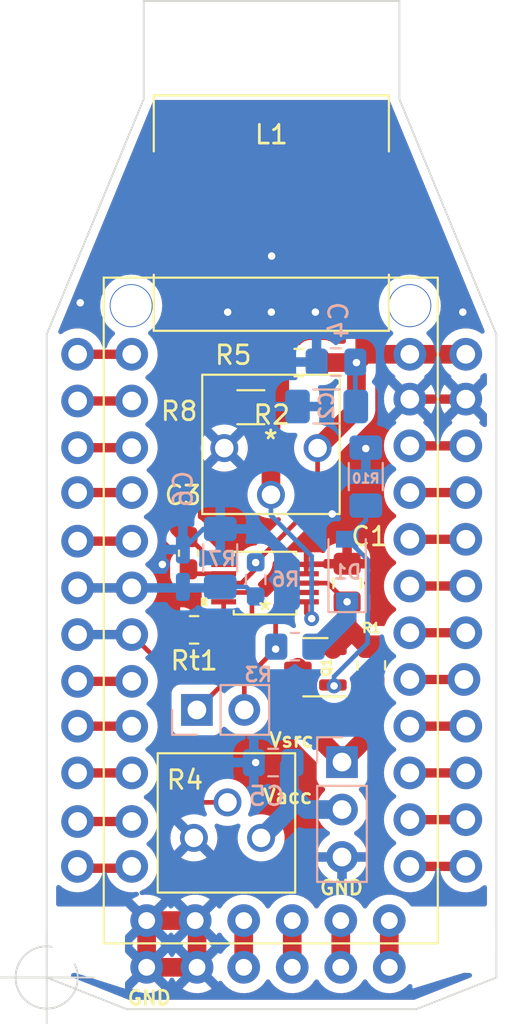
<source format=kicad_pcb>
(kicad_pcb (version 20211014) (generator pcbnew)
  (layers (0 "F.Cu" signal) (31 "B.Cu" power) (34 "B.Paste" user) (35 "F.Paste" user) (36 "B.SilkS" user "B.Silkscreen") (37 "F.SilkS" user "F.Silkscreen") (38 "B.Mask" user) (39 "F.Mask" user) (44 "Edge.Cuts" user))
  (net 0 "")
  (net 1 "PG")
  (net 2 "Vin")
  (net 3 "GND")
  (net 4 "Aref")
  (net 5 "5.5V")
  (net 6 "RT")
  (net 7 "FB")
  (net 8 "Vacc")
  (net 9 "Vsense")
  (net 10 "+12V")
  (net 11 "SW")
  (net 12 "EN")
  (net 13 "Boost")
  (net 14 "unconnected-(T1-Pad0)")
  (net 15 "unconnected-(T1-Pad5)")
  (net 16 "unconnected-(T1-Pad6)")
  (net 17 "unconnected-(T1-Pad8)")
  (net 18 "unconnected-(T1-Pad9)")
  (net 19 "unconnected-(T1-Pad10)")
  (net 20 "unconnected-(T1-Pad13)")
  (net 21 "unconnected-(T1-Pad14)")
  (net 22 "unconnected-(T1-Pad15)")
  (net 23 "unconnected-(T1-Pad17)")
  (net 24 "unconnected-(T1-Pad20)")
  (net 25 "unconnected-(T1-Pad23)")
  (net 26 "unconnected-(T1-Pad24)")
  (net 27 "unconnected-(T1-Pad25)")
  (net 28 "unconnected-(T1-Pad1)")
  (net 29 "unconnected-(T1-Pad2)")
  (net 30 "unconnected-(T1-Pad3)")
  (net 31 "unconnected-(T1-Pad4)")
  (net 32 "unconnected-(T1-Pad16)")
  (net 33 "unconnected-(T1-Pad21)")
  (net 34 "unconnected-(T1-Pad22)")
  (net 35 "unconnected-(T1-Pad26)")
  (net 36 "unconnected-(T1-Pad28)")
  (net 37 "unconnected-(T1-Pad27)")
  (net 38 "Net-(D1-Pad2)")
  (footprint "Package_TO_SOT_SMD:SOT-23" (layer "F.Cu") (at 152.6 98 180)
    (fp_text reference "Q1" (at -0.6 0 90) (layer "F.SilkS") (effects (font (size 0.5 0.5) (thickness 0.125))))
    (fp_text value "AO3401A" hide)
    (fp_line (start 0 -1.56) (end -1.675 -1.56) (layer "F.SilkS") (width 0.12))
    (fp_line (start 0 1.56) (end 0.65 1.56) (layer "F.SilkS") (width 0.12))
    (fp_line (start 0 1.56) (end -0.65 1.56) (layer "F.SilkS") (width 0.12))
    (fp_line (start 0 -1.56) (end 0.65 -1.56) (layer "F.SilkS") (width 0.12))
    (pad "1" smd roundrect (at -0.9375 -0.95 180) (size 1.475 0.6) (layers "F.Cu" "F.Paste" "F.Mask") (net 38 "Net-(D1-Pad2)"))
    (pad "2" smd roundrect (at -0.9375 0.95 180) (size 1.475 0.6) (layers "F.Cu" "F.Paste" "F.Mask") (net 2 "Vin"))
    (pad "3" smd roundrect (at 0.9375 0 180) (size 1.475 0.6) (layers "F.Cu" "F.Paste" "F.Mask") (net 10 "+12V"))
  )
  (footprint "Resistor_SMD:R_0805_2012Metric_Pad1.20x1.40mm_HandSolder" (layer "F.Cu") (at 146.1 96 180)
    (fp_text reference "Rt1" (at 0 -1.65 180) (layer "F.SilkS"))
    (fp_text value "226k" hide)
    (fp_line (start -0.227064 0.735) (end 0.227064 0.735) (layer "F.SilkS") (width 0.12))
    (fp_line (start -0.227064 -0.735) (end 0.227064 -0.735) (layer "F.SilkS") (width 0.12))
    (pad "1" smd roundrect (at -1 0 180) (size 1.2 1.4) (layers "F.Cu" "F.Paste" "F.Mask") (roundrect_rratio 0.2083333333) (net 6 "RT"))
    (pad "2" smd roundrect (at 1 0 180) (size 1.2 1.4) (layers "F.Cu" "F.Paste" "F.Mask") (roundrect_rratio 0.2083333333) (net 3 "GND"))
  )
  (footprint "MountingHole:MountingHole_2.5mm" (layer "F.Cu") (at 160.8 112.6)
    (fp_text reference "H1" hide)
    (fp_text value "MountingHole" hide)
    (pad "" np_thru_hole circle (at 0 0) (size 2.5 2.5) (drill 2.5) (layers *.Cu *.Mask))
  )
  (footprint "Arduino:TrinketPro5V_partial" (layer "F.Cu") (at 141.259 77.155)
    (fp_text reference "T1" hide)
    (fp_text value "TrinketPro_5V")
    (fp_rect (start 0 0) (end 17.9 35.62) (layer "F.SilkS") (width 0.12) (fill none))
    (pad "" np_thru_hole circle locked (at 1.47 1.5 90) (size 2.3 2.3) (drill 2.2) (layers F&B.Cu *.Mask))
    (pad "" np_thru_hole circle locked (at 16.4 1.5) (size 2.3 2.3) (drill 2.2) (layers F&B.Cu *.Mask))
    (pad "0" thru_hole circle locked (at 16.4 31.5) (size 1.75 1.75) (drill 1) (layers *.Cu *.Mask) (net 14 "unconnected-(T1-Pad0)"))
    (pad "0" thru_hole circle locked (at 19.4 31.5) (size 1.75 1.75) (drill 1) (layers *.Cu *.Mask) (net 14 "unconnected-(T1-Pad0)"))
    (pad "1" thru_hole circle locked (at 19.4 29) (size 1.75 1.75) (drill 1) (layers *.Cu *.Mask) (net 28 "unconnected-(T1-Pad1)"))
    (pad "1" thru_hole circle locked (at 16.4 29) (size 1.75 1.75) (drill 1) (layers *.Cu *.Mask) (net 28 "unconnected-(T1-Pad1)"))
    (pad "2" thru_hole circle locked (at 16.4 26.5) (size 1.75 1.75) (drill 1) (layers *.Cu *.Mask) (net 29 "unconnected-(T1-Pad2)"))
    (pad "2" thru_hole circle locked (at 19.4 26.5) (size 1.75 1.75) (drill 1) (layers *.Cu *.Mask) (net 29 "unconnected-(T1-Pad2)"))
    (pad "3" thru_hole circle locked (at 16.4 24) (size 1.75 1.75) (drill 1) (layers *.Cu *.Mask) (net 30 "unconnected-(T1-Pad3)"))
    (pad "3" thru_hole circle locked (at 19.4 24) (size 1.75 1.75) (drill 1) (layers *.Cu *.Mask) (net 30 "unconnected-(T1-Pad3)"))
    (pad "4" thru_hole circle locked (at 16.4 21.5) (size 1.75 1.75) (drill 1) (layers *.Cu *.Mask) (net 31 "unconnected-(T1-Pad4)"))
    (pad "4" thru_hole circle locked (at 19.3 21.5) (size 1.75 1.75) (drill 1) (layers *.Cu *.Mask) (net 31 "unconnected-(T1-Pad4)"))
    (pad "5" thru_hole circle locked (at 16.4 19) (size 1.75 1.75) (drill 1) (layers *.Cu *.Mask) (net 15 "unconnected-(T1-Pad5)"))
    (pad "5" thru_hole circle locked (at 19.4 19) (size 1.75 1.75) (drill 1) (layers *.Cu *.Mask) (net 15 "unconnected-(T1-Pad5)"))
    (pad "6" thru_hole circle locked (at 16.4 16.5) (size 1.75 1.75) (drill 1) (layers *.Cu *.Mask) (net 16 "unconnected-(T1-Pad6)"))
    (pad "6" thru_hole circle locked (at 19.4 16.5) (size 1.75 1.75) (drill 1) (layers *.Cu *.Mask) (net 16 "unconnected-(T1-Pad6)"))
    (pad "8" thru_hole circle locked (at 19.4 14) (size 1.75 1.75) (drill 1) (layers *.Cu *.Mask) (net 17 "unconnected-(T1-Pad8)"))
    (pad "8" thru_hole circle locked (at 16.4 14) (size 1.75 1.75) (drill 1) (layers *.Cu *.Mask) (net 17 "unconnected-(T1-Pad8)"))
    (pad "9" thru_hole circle locked (at 16.4 11.5) (size 1.75 1.75) (drill 1) (layers *.Cu *.Mask) (net 18 "unconnected-(T1-Pad9)"))
    (pad "9" thru_hole circle locked (at 19.4 11.5) (size 1.75 1.75) (drill 1) (layers *.Cu *.Mask) (net 18 "unconnected-(T1-Pad9)"))
    (pad "10" thru_hole circle locked (at 19.4 9) (size 1.75 1.75) (drill 1) (layers *.Cu *.Mask) (net 19 "unconnected-(T1-Pad10)"))
    (pad "10" thru_hole circle locked (at 16.4 9) (size 1.75 1.75) (drill 1) (layers *.Cu *.Mask) (net 19 "unconnected-(T1-Pad10)"))
    (pad "11" thru_hole circle locked (at 2.3 34.4) (size 1.75 1.75) (drill 0.9) (layers *.Cu *.Mask) (net 3 "GND"))
    (pad "11" thru_hole circle locked (at 4.9 34.4) (size 1.75 1.75) (drill 0.9) (layers *.Cu *.Mask) (net 3 "GND"))
    (pad "11" thru_hole circle locked (at 5 36.9) (size 1.75 1.75) (drill 0.9) (layers *.Cu *.Mask) (net 3 "GND"))
    (pad "11" thru_hole circle locked (at 19.4 6.5) (size 1.75 1.75) (drill 1) (layers *.Cu *.Mask) (net 3 "GND"))
    (pad "11" thru_hole circle locked (at 16.4 6.5) (size 1.75 1.75) (drill 1) (layers *.Cu *.Mask) (net 3 "GND"))
    (pad "11" thru_hole circle locked (at 2.3 36.9) (size 1.75 1.75) (drill 0.9) (layers *.Cu *.Mask) (net 3 "GND"))
    (pad "12" thru_hole circle locked (at 19.4 4.1) (size 1.75 1.75) (drill 1) (layers *.Cu *.Mask) (net 5 "5.5V"))
    (pad "12" thru_hole circle locked (at 16.4 4.1) (size 1.75 1.75) (drill 1) (layers *.Cu *.Mask) (net 5 "5.5V"))
    (pad "13" thru_hole circle locked (at 1.5 4.1) (size 1.75 1.75) (drill 1) (layers *.Cu *.Mask) (net 20 "unconnected-(T1-Pad13)"))
    (pad "13" thru_hole circle locked (at -1.4 4.1) (size 1.75 1.75) (drill 1) (layers *.Cu *.Mask) (net 20 "unconnected-(T1-Pad13)"))
    (pad "14" thru_hole circle locked (at -1.4 6.6) (size 1.75 1.75) (drill 1) (layers *.Cu *.Mask) (net 21 "unconnected-(T1-Pad14)"))
    (pad "14" thru_hole circle locked (at 1.5 6.6) (size 1.75 1.75) (drill 1) (layers *.Cu *.Mask) (net 21 "unconnected-(T1-Pad14)"))
    (pad "15" thru_hole circle locked (at -1.4 9.1) (size 1.75 1.75) (drill 1) (layers *.Cu *.Mask) (net 22 "unconnected-(T1-Pad15)"))
    (pad "15" thru_hole circle locked (at 1.5 9.1) (size 1.75 1.75) (drill 1) (layers *.Cu *.Mask) (net 22 "unconnected-(T1-Pad15)"))
    (pad "16" thru_hole circle locked (at 1.5 11.5) (size 1.75 1.75) (drill 1) (layers *.Cu *.Mask) (net 32 "unconnected-(T1-Pad16)"))
    (pad "16" thru_hole circle locked (at -1.4 11.5) (size 1.75 1.75) (drill 1) (layers *.Cu *.Mask) (net 32 "unconnected-(T1-Pad16)"))
    (pad "17" thru_hole circle locked (at 1.5 14.1) (size 1.75 1.75) (drill 1) (layers *.Cu *.Mask) (net 23 "unconnected-(T1-Pad17)"))
    (pad "17" thru_hole circle locked (at -1.4 14.1) (size 1.75 1.75) (drill 1) (layers *.Cu *.Mask) (net 23 "unconnected-(T1-Pad17)"))
    (pad "18" thru_hole circle locked (at 1.5 16.6) (size 1.75 1.75) (drill 1) (layers *.Cu *.Mask) (net 4 "Aref"))
    (pad "18" thru_hole circle locked (at -1.4 16.6) (size 1.75 1.75) (drill 1) (layers *.Cu *.Mask) (net 4 "Aref"))
    (pad "19" thru_hole circle locked (at 1.5 19.1) (size 1.75 1.75) (drill 1) (layers *.Cu *.Mask) (net 9 "Vsense"))
    (pad "19" thru_hole circle locked (at -1.4 19.1) (size 1.75 1.75) (drill 1) (layers *.Cu *.Mask) (net 9 "Vsense"))
    (pad "20" thru_hole circle locked (at 1.5 21.6) (size 1.75 1.75) (drill 1) (layers *.Cu *.Mask) (net 24 "unconnected-(T1-Pad20)"))
    (pad "20" thru_hole circle locked (at -1.4 21.6) (size 1.75 1.75) (drill 1) (layers *.Cu *.Mask) (net 24 "unconnected-(T1-Pad20)"))
    (pad "21" thru_hole circle locked (at -1.4 24) (size 1.75 1.75) (drill 1) (layers *.Cu *.Mask) (net 33 "unconnected-(T1-Pad21)"))
    (pad "21" thru_hole circle locked (at 1.5 24) (size 1.75 1.75) (drill 1) (layers *.Cu *.Mask) (net 33 "unconnected-(T1-Pad21)"))
    (pad "22" thru_hole circle locked (at 1.5 26.5) (size 1.75 1.75) (drill 1) (layers *.Cu *.Mask) (net 34 "unconnected-(T1-Pad22)"))
    (pad "22" thru_hole circle locked (at -1.4 26.5) (size 1.75 1.75) (drill 1) (layers *.Cu *.Mask) (net 34 "unconnected-(T1-Pad22)"))
    (pad "23" thru_hole circle locked (at -1.4 29.1) (size 1.75 1.75) (drill 1) (layers *.Cu *.Mask) (net 25 "unconnected-(T1-Pad23)"))
    (pad "23" thru_hole circle locked (at 1.5 29.1) (size 1.75 1.75) (drill 1) (layers *.Cu *.Mask) (net 25 "unconnected-(T1-Pad23)"))
    (pad "24" thru_hole circle locked (at 1.5 31.5) (size 1.75 1.75) (drill 1) (layers *.Cu *.Mask) (net 26 "unconnected-(T1-Pad24)"))
    (pad "24" thru_hole circle locked (at -1.41 31.5) (size 1.75 1.75) (drill 1) (layers *.Cu *.Mask) (net 26 "unconnected-(T1-Pad24)"))
    (pad "25" thru_hole circle locked (at 7.5 36.9) (size 1.75 1.75) (drill 0.9) (layers *.Cu *.Mask) (net 27 "unconnected-(T1-Pad25)"))
    (pad "25" thru_hole circle locked (at 7.5 34.4) (size 1.75 1.75) (drill 0.9) (layers *.Cu *.Mask) (net 27 "unconnected-(T1-Pad25)"))
    (pad "26" thru_hole circle locked (at 10.1 34.4) (size 1.75 1.75) (drill 0.9) (layers *.Cu *.Mask) (net 35 "unconnected-(T1-Pad26)"))
    (pad "26" thru_hole circle locked (at 10.1 36.9) (size 1.75 1.75) (drill 0.9) (layers *.Cu *.Mask) (net 35 "unconnected-(T1-Pad26)"))
    (pad "27" thru_hole circle locked (at 12.7 34.4) (size 1.75 1.75) (drill 0.9) (layers *.Cu *.Mask) (net 37 "unconnected-(T1-Pad27)"))
    (pad "27" thru_hole circle locked (at 12.7 36.9) (size 1.75 1.75) (drill 0.9) (layers *.Cu *.Mask) (net 37 "unconnected-(T1-Pad27)"))
    (pad "28" thru_hole circle locked (at 15.3 34.4) (size 1.75 1.75) (drill 0.9) (layers *.Cu *.Mask) (net 36 "unconnected-(T1-Pad28)"))
    (pad "28" thru_hole circle locked (at 15.3 36.9) (size 1.75 1.75) (drill 0.9) (layers *.Cu *.Mask) (net 36 "unconnected-(T1-Pad28)"))
  )
  (footprint "MountingHole:MountingHole_2.5mm" (layer "F.Cu") (at 139.7 112.6)
    (fp_text reference "H2" hide)
    (fp_text value "MountingHole" hide)
    (pad "" np_thru_hole circle (at 0 0) (size 2.5 2.5) (drill 2.5) (layers *.Cu *.Mask))
  )
  (footprint "Capacitor_SMD:C_0603_1608Metric_Pad1.08x0.95mm_HandSolder" (layer "F.Cu") (at 145.8 91.9 90)
    (fp_text reference "C3" (at 3.1 -0.3) (layer "F.SilkS"))
    (fp_text value ".22u" hide)
    (fp_line (start -0.146267 0.51) (end 0.146267 0.51) (layer "F.SilkS") (width 0.12))
    (fp_line (start -0.146267 -0.51) (end 0.146267 -0.51) (layer "F.SilkS") (width 0.12))
    (pad "1" smd roundrect (at -0.8625 0 90) (size 1.075 0.95) (layers "F.Cu" "F.Paste" "F.Mask") (net 13 "Boost"))
    (pad "2" smd roundrect (at 0.8625 0 90) (size 1.075 0.95) (layers "F.Cu" "F.Paste" "F.Mask") (net 11 "SW"))
  )
  (footprint "MountingHole:MountingHole_2.5mm" (layer "F.Cu") (at 150.5 65.3)
    (fp_text reference "H3" hide)
    (fp_text value "MountingHole")
    (pad "" np_thru_hole circle (at 0 0) (size 2.5 2.5) (drill 2.5) (layers *.Cu *.Mask))
  )
  (footprint "Resistor_SMD:R_1206_3216Metric_Pad1.30x1.75mm_HandSolder" (layer "F.Cu") (at 149.141384 84.088276)
    (fp_text reference "R8" (at -3.841384 0.211724) (layer "F.SilkS"))
    (fp_text value "316K")
    (fp_line (start -0.727064 -0.91) (end 0.727064 -0.91) (layer "F.SilkS") (width 0.12))
    (fp_line (start -0.727064 0.91) (end 0.727064 0.91) (layer "F.SilkS") (width 0.12))
    (pad "1" smd roundrect (at -1.55 0) (size 1.3 1.75) (layers "F.Cu" "F.Paste" "F.Mask") (roundrect_rratio 0.1923076923) (net 3 "GND"))
    (pad "2" smd roundrect (at 1.55 0) (size 1.3 1.75) (layers "F.Cu" "F.Paste" "F.Mask") (roundrect_rratio 0.1923076923) (net 7 "FB"))
  )
  (footprint "Imported:LT3970HMS-TRPBF" (layer "F.Cu") (at 149.9 93.5 180)
    (fp_text reference "U1" hide)
    (fp_text value "LT3970HMS-TRPBF" hide)
    (fp_text user "*" (at 0 -1.49) (layer "F.SilkS"))
    (fp_line (start 1.6764 -1.4732) (end 1.6764 -1.6764) (layer "F.SilkS") (width 0.12))
    (fp_line (start -1.6764 1.4732) (end -1.6764 1.6764) (layer "F.SilkS") (width 0.12))
    (fp_line (start 1.6764 1.6764) (end 1.6764 1.4732) (layer "F.SilkS") (width 0.12))
    (fp_line (start -1.6764 -1.6764) (end -1.6764 -1.4732) (layer "F.SilkS") (width 0.12))
    (fp_line (start -1.6764 1.6764) (end 1.6764 1.6764) (layer "F.SilkS") (width 0.12))
    (fp_line (start 1.6764 -1.6764) (end -1.6764 -1.6764) (layer "F.SilkS") (width 0.12))
    (fp_poly (pts (xy 3.3909 -1.19126) (xy 3.3909 -0.81026) (xy 3.1369 -0.81026) (xy 3.1369 -1.19126)) (layer "F.SilkS") (width 0.1) (fill solid))
    (pad "1" smd rect (at -2.21615 -1.00076 180) (size 1.3335 0.2794) (layers "F.Cu" "F.Paste" "F.Mask") (net 7 "FB"))
    (pad "2" smd rect (at -2.21615 -0.50038 180) (size 1.3335 0.2794) (layers "F.Cu" "F.Paste" "F.Mask") (net 12 "EN"))
    (pad "3" smd rect (at -2.21615 0 180) (size 1.3335 0.2794) (layers "F.Cu" "F.Paste" "F.Mask") (net 2 "Vin"))
    (pad "4" smd rect (at -2.21615 0.50038 180) (size 1.3335 0.2794) (layers "F.Cu" "F.Paste" "F.Mask") (net 3 "GND"))
    (pad "5" smd rect (at -2.21615 1.00076 180) (size 1.3335 0.2794) (layers "F.Cu" "F.Paste" "F.Mask") (net 3 "GND"))
    (pad "6" smd rect (at 2.21615 1.00076 180) (size 1.3335 0.2794) (layers "F.Cu" "F.Paste" "F.Mask") (net 11 "SW"))
    (pad "7" smd rect (at 2.21615 0.50038 180) (size 1.3335 0.2794) (layers "F.Cu" "F.Paste" "F.Mask") (net 13 "Boost"))
    (pad "8" smd rect (at 2.21615 0 180) (size 1.3335 0.2794) (layers "F.Cu" "F.Paste" "F.Mask") (net 5 "5.5V"))
    (pad "9" smd rect (at 2.21615 -0.50038 180) (size 1.3335 0.2794) (layers "F.Cu" "F.Paste" "F.Mask") (net 1 "PG"))
    (pad "10" smd rect (at 2.21615 -1.00076 180) (size 1.3335 0.2794) (layers "F.Cu" "F.Paste" "F.Mask") (net 6 "RT"))
  )
  (footprint "Potentiometer_Imported:CT-6EW" (layer "F.Cu") (at 147.89 106.53)
    (fp_text reference "R4" (at -2.28 -2.5) (layer "F.SilkS"))
    (fp_text value "CT6EW203_10K_4.545K" hide)
    (fp_line (start 3.627 -3.927) (end 3.627 3.52536) (layer "F.SilkS") (width 0.12))
    (fp_line (start 3.627 3.52536) (end -3.739 3.52536) (layer "F.SilkS") (width 0.12))
    (fp_line (start 3.627 -3.927) (end -3.739 -3.927) (layer "F.SilkS") (width 0.12))
    (fp_line (start -3.739 -3.927) (end -3.739 3.52536) (layer "F.SilkS") (width 0.12))
    (pad "1" thru_hole circle (at 1.8 0.6) (size 1.4986 1.4986) (drill 0.9906) (layers *.Cu *.Mask) (net 8 "Vacc"))
    (pad "2" thru_hole circle (at 0 -1.3) (size 1.4986 1.4986) (drill 0.9906) (layers *.Cu *.Mask) (net 9 "Vsense"))
    (pad "3" thru_hole circle (at -1.8 0.6) (size 1.4986 1.4986) (drill 0.9906) (layers *.Cu *.Mask) (net 3 "GND"))
  )
  (footprint "Capacitor_SMD:C_0805_2012Metric_Pad1.18x1.45mm_HandSolder" (layer "F.Cu") (at 154.3 93.5 90)
    (fp_text reference "C1" (at 2.5 1.2 180) (layer "F.SilkS"))
    (fp_text value "2.2uF" hide)
    (fp_line (start -0.261252 -0.735) (end 0.261252 -0.735) (layer "F.SilkS") (width 0.12))
    (fp_line (start -0.261252 0.735) (end 0.261252 0.735) (layer "F.SilkS") (width 0.12))
    (pad "1" smd roundrect (at -1.0375 0 90) (size 1.175 1.45) (layers "F.Cu" "F.Paste" "F.Mask") (roundrect_rratio 0.2127659574) (net 2 "Vin"))
    (pad "2" smd roundrect (at 1.0375 0 90) (size 1.175 1.45) (layers "F.Cu" "F.Paste" "F.Mask") (roundrect_rratio 0.2127659574) (net 3 "GND"))
  )
  (footprint "Potentiometer_Imported:GF063P1" (layer "F.Cu") (at 152.719 86.2745)
    (fp_text reference "R2" (at -2.4605 -1.776) (layer "F.SilkS"))
    (fp_text value "1M_Pot" hide)
    (fp_text user "*" (at -2.513 -0.427) (layer "F.SilkS"))
    (fp_line (start 1.183 3.52718) (end -6.183 3.52718) (layer "F.SilkS") (width 0.12))
    (fp_line (start 1.183 -3.92518) (end 1.183 3.52718) (layer "F.SilkS") (width 0.12))
    (fp_line (start 1.183 -3.92518) (end -6.183 -3.92518) (layer "F.SilkS") (width 0.12))
    (fp_line (start -6.183 -3.92518) (end -6.183 3.52718) (layer "F.SilkS") (width 0.12))
    (pad "1" thru_hole circle (at 0 0) (size 1.4986 1.4986) (drill 0.9906) (layers *.Cu *.Mask) (net 5 "5.5V"))
    (pad "2" thru_hole circle (at -2.5 2.5) (size 1.4986 1.4986) (drill 0.9906) (layers *.Cu *.Mask) (net 7 "FB"))
    (pad "3" thru_hole circle (at -5 0) (size 1.4986 1.4986) (drill 0.9906) (layers *.Cu *.Mask) (net 3 "GND"))
  )
  (footprint "Resistor_SMD:R_0805_2012Metric_Pad1.20x1.40mm_HandSolder" (layer "F.Cu") (at 155.6 97.9 90)
    (fp_text reference "R1" (at 2 0 180) (layer "F.SilkS") (effects (font (size 0.5 0.5) (thickness 0.125))))
    (fp_text value "JMP")
    (fp_line (start -0.227064 -0.735) (end 0.227064 -0.735) (layer "F.SilkS") (width 0.12))
    (fp_line (start -0.227064 0.735) (end 0.227064 0.735) (layer "F.SilkS") (width 0.12))
    (pad "1" smd roundrect (at -1 0 90) (size 1.2 1.4) (layers "F.Cu" "F.Paste" "F.Mask") (roundrect_rratio 0.2083333333) (net 10 "+12V"))
    (pad "2" smd roundrect (at 1 0 90) (size 1.2 1.4) (layers "F.Cu" "F.Paste" "F.Mask") (roundrect_rratio 0.2083333333) (net 2 "Vin"))
  )
  (footprint "Inductor_SMD:L_12x12mm_H8mm" (layer "F.Cu") (at 150.24 73.7)
    (fp_text reference "L1" (at 0 -4.2) (layer "F.SilkS"))
    (fp_text value "22u_CDRH127/LDNP-220MC")
    (fp_line (start 6.3 6.3) (end -6.3 6.3) (layer "F.SilkS") (width 0.12))
    (fp_line (start -6.3 -3.3) (end -6.3 -6.3) (layer "F.SilkS") (width 0.12))
    (fp_line (start -6.3 -6.3) (end 6.3 -6.3) (layer "F.SilkS") (width 0.12))
    (fp_line (start -6.3 6.3) (end -6.3 3.3) (layer "F.SilkS") (width 0.12))
    (fp_line (start 6.3 -6.3) (end 6.3 -3.3) (layer "F.SilkS") (width 0.12))
    (fp_line (start 6.3 3.3) (end 6.3 6.3) (layer "F.SilkS") (width 0.12))
    (pad "1" smd rect (at -4.95 0) (size 2.9 5.4) (layers "F.Cu" "F.Paste" "F.Mask") (net 11 "SW"))
    (pad "2" smd rect (at 4.95 0) (size 2.9 5.4) (layers "F.Cu" "F.Paste" "F.Mask") (net 5 "5.5V"))
  )
  (footprint "Resistor_SMD:R_0805_2012Metric_Pad1.20x1.40mm_HandSolder" (layer "F.Cu") (at 151.7 81.7)
    (fp_text reference "R5" (at -3.5 -0.4) (layer "F.SilkS"))
    (fp_text value "1M")
    (fp_line (start -0.227064 -0.735) (end 0.227064 -0.735) (layer "F.SilkS") (width 0.12))
    (fp_line (start -0.227064 0.735) (end 0.227064 0.735) (layer "F.SilkS") (width 0.12))
    (pad "1" smd roundrect (at -1 0) (size 1.2 1.4) (layers "F.Cu" "F.Paste" "F.Mask") (roundrect_rratio 0.2083333333) (net 7 "FB"))
    (pad "2" smd roundrect (at 1 0) (size 1.2 1.4) (layers "F.Cu" "F.Paste" "F.Mask") (roundrect_rratio 0.2083333333) (net 5 "5.5V"))
  )
  (footprint "Diode_SMD:D_SOD-123" (layer "B.Cu") (at 154.3 92.8 90)
    (fp_text reference "D1" (at -0.11 0.02) (layer "B.SilkS") (effects (font (size 0.75 0.75)) (justify mirror)))
    (fp_text value "25VBrkDwn" hide)
    (fp_line (start -2.25 -1) (end 1.65 -1) (layer "B.SilkS") (width 0.12))
    (fp_line (start -2.25 1) (end 1.65 1) (layer "B.SilkS") (width 0.12))
    (fp_line (start -2.25 1) (end -2.25 -1) (layer "B.SilkS") (width 0.12))
    (pad "1" smd rect (at -1.65 0 90) (size 0.9 1.2) (layers "B.Cu" "B.Paste" "B.Mask") (net 2 "Vin"))
    (pad "2" smd rect (at 1.65 0 90) (size 0.9 1.2) (layers "B.Cu" "B.Paste" "B.Mask") (net 38 "Net-(D1-Pad2)"))
  )
  (footprint "Custom:C_0.64x0.4_Handsolder" (layer "B.Cu") (at 145.5 92.7 90)
    (fp_text reference "C6" (at 4.24 0.012 90 unlocked) (layer "B.SilkS") (effects (justify mirror)))
    (fp_text value "100n" hide)
    (pad "1" smd roundrect (at -1 0 90) (size 1.5 0.75) (layers "B.Cu" "B.Paste" "B.Mask") (net 4 "Aref"))
    (pad "2" smd roundrect (at 1 0 90) (size 1.5 0.75) (layers "B.Cu" "B.Paste" "B.Mask") (net 3 "GND"))
  )
  (footprint "Connector_PinSocket_2.54mm:PinSocket_1x02_P2.54mm_Vertical" (layer "B.Cu") (at 146.25 100.285 -90)
    (fp_text reference "J4" hide)
    (fp_text value "FET_CTRL" hide)
    (fp_line (start -1.33 -3.87) (end 1.33 -3.87) (layer "B.SilkS") (width 0.12))
    (fp_line (start 0 1.33) (end 1.33 1.33) (layer "B.SilkS") (width 0.12))
    (fp_line (start -1.33 -1.27) (end 1.33 -1.27) (layer "B.SilkS") (width 0.12))
    (fp_line (start 1.33 1.33) (end 1.33 0) (layer "B.SilkS") (width 0.12))
    (fp_line (start -1.33 -1.27) (end -1.33 -3.87) (layer "B.SilkS") (width 0.12))
    (fp_line (start 1.33 -1.27) (end 1.33 -3.87) (layer "B.SilkS") (width 0.12))
    (pad "1" thru_hole rect (at 0 0 270) (size 1.7 1.7) (drill 1) (layers *.Cu *.Mask) (net 1 "PG"))
    (pad "2" thru_hole oval (at 0 -2.54 270) (size 1.7 1.7) (drill 1) (layers *.Cu *.Mask) (net 12 "EN"))
  )
  (footprint "Resistor_SMD:R_1206_3216Metric_Pad1.30x1.75mm_HandSolder" (layer "B.Cu") (at 147.5 92.15 -90)
    (fp_text reference "R7" (at 0.05 -0.1 180) (layer "B.SilkS") (effects (font (size 0.75 0.75)) (justify mirror)))
    (fp_text value "100K" hide)
    (fp_line (start -0.727064 0.91) (end 0.727064 0.91) (layer "B.SilkS") (width 0.12))
    (fp_line (start -0.727064 -0.91) (end 0.727064 -0.91) (layer "B.SilkS") (width 0.12))
    (pad "1" smd roundrect (at -1.55 0 270) (size 1.3 1.75) (layers "B.Cu" "B.Paste" "B.Mask") (roundrect_rratio 0.1923076923) (net 3 "GND"))
    (pad "2" smd roundrect (at 1.55 0 270) (size 1.3 1.75) (layers "B.Cu" "B.Paste" "B.Mask") (roundrect_rratio 0.1923076923) (net 4 "Aref"))
  )
  (footprint "Resistor_SMD:R_0805_2012Metric_Pad1.20x1.40mm_HandSolder" (layer "B.Cu") (at 151.5 96.9)
    (fp_text reference "R3" (at -1.96 1.5) (layer "B.SilkS") (effects (font (size 0.75 0.75)) (justify mirror)))
    (fp_text value "JMP")
    (fp_line (start -0.227064 0.735) (end 0.227064 0.735) (layer "B.SilkS") (width 0.12))
    (fp_line (start -0.227064 -0.735) (end 0.227064 -0.735) (layer "B.SilkS") (width 0.12))
    (pad "1" smd roundrect (at -1 0) (size 1.2 1.4) (layers "B.Cu" "B.Paste" "B.Mask") (roundrect_rratio 0.2083333333) (net 12 "EN"))
    (pad "2" smd roundrect (at 1 0) (size 1.2 1.4) (layers "B.Cu" "B.Paste" "B.Mask") (roundrect_rratio 0.2083333333) (net 2 "Vin"))
  )
  (footprint "Capacitor_SMD:C_0805_2012Metric_Pad1.18x1.45mm_HandSolder" (layer "B.Cu") (at 153.7005 81.67 180)
    (fp_text reference "C4" (at -0.15 2.242 90) (layer "B.SilkS") (effects (justify mirror)))
    (fp_text value "22p" hide)
    (fp_line (start -0.261252 -0.735) (end 0.261252 -0.735) (layer "B.SilkS") (width 0.12))
    (fp_line (start -0.261252 0.735) (end 0.261252 0.735) (layer "B.SilkS") (width 0.12))
    (pad "1" smd roundrect (at -1.0375 0 180) (size 1.175 1.45) (layers "B.Cu" "B.Paste" "B.Mask") (roundrect_rratio 0.2127659574) (net 5 "5.5V"))
    (pad "2" smd roundrect (at 1.0375 0 180) (size 1.175 1.45) (layers "B.Cu" "B.Paste" "B.Mask") (roundrect_rratio 0.2127659574) (net 3 "GND"))
  )
  (footprint "Connector_PinSocket_2.54mm:PinSocket_1x03_P2.54mm_Vertical" (layer "B.Cu") (at 154.025 103.075 180)
    (fp_text reference "J1" hide)
    (fp_text value "PWR_IN")
    (fp_line (start -1.33 -1.27) (end -1.33 -6.41) (layer "B.SilkS") (width 0.12))
    (fp_line (start -1.33 -6.41) (end 1.33 -6.41) (layer "B.SilkS") (width 0.12))
    (fp_line (start 0 1.33) (end 1.33 1.33) (layer "B.SilkS") (width 0.12))
    (fp_line (start 1.33 -1.27) (end 1.33 -6.41) (layer "B.SilkS") (width 0.12))
    (fp_line (start -1.33 -1.27) (end 1.33 -1.27) (layer "B.SilkS") (width 0.12))
    (fp_line (start 1.33 1.33) (end 1.33 0) (layer "B.SilkS") (width 0.12))
    (pad "1" thru_hole rect (at 0 0 180) (size 1.7 1.7) (drill 1) (layers *.Cu *.Mask) (net 10 "+12V"))
    (pad "2" thru_hole oval (at 0 -2.54 180) (size 1.7 1.7) (drill 1) (layers *.Cu *.Mask) (net 8 "Vacc"))
    (pad "3" thru_hole oval (at 0 -5.08 180) (size 1.7 1.7) (drill 1) (layers *.Cu *.Mask) (net 3 "GND"))
  )
  (footprint "Resistor_SMD:R_1206_3216Metric_Pad1.30x1.75mm_HandSolder" (layer "B.Cu") (at 155.3 87.8 -90)
    (fp_text reference "R10" (at 0.1 0 180) (layer "B.SilkS") (effects (font (size 0.5 0.5) (thickness 0.125)) (justify mirror)))
    (fp_text value "100K")
    (fp_line (start -0.727064 0.91) (end 0.727064 0.91) (layer "B.SilkS") (width 0.12))
    (fp_line (start -0.727064 -0.91) (end 0.727064 -0.91) (layer "B.SilkS") (width 0.12))
    (pad "1" smd roundrect (at -1.55 0 270) (size 1.3 1.75) (layers "B.Cu" "B.Paste" "B.Mask") (roundrect_rratio 0.1923076923) (net 3 "GND"))
    (pad "2" smd roundrect (at 1.55 0 270) (size 1.3 1.75) (layers "B.Cu" "B.Paste" "B.Mask") (roundrect_rratio 0.1923076923) (net 38 "Net-(D1-Pad2)"))
  )
  (footprint "Capacitor_SMD:C_1206_3216Metric_Pad1.33x1.80mm_HandSolder" (layer "B.Cu") (at 153.2005 84.05 180)
    (fp_text reference "C2" (at 0.0005 0.05 90) (layer "B.SilkS") (effects (font (size 0.75 0.75)) (justify mirror)))
    (fp_text value "47u" hide)
    (fp_line (start -0.711252 0.91) (end 0.711252 0.91) (layer "B.SilkS") (width 0.12))
    (fp_line (start -0.711252 -0.91) (end 0.711252 -0.91) (layer "B.SilkS") (width 0.12))
    (pad "1" smd roundrect (at -1.5625 0 180) (size 1.325 1.8) (layers "B.Cu" "B.Paste" "B.Mask") (roundrect_rratio 0.1886792453) (net 5 "5.5V"))
    (pad "2" smd roundrect (at 1.5625 0 180) (size 1.325 1.8) (layers "B.Cu" "B.Paste" "B.Mask") (roundrect_rratio 0.1886792453) (net 3 "GND"))
  )
  (footprint "Capacitor_SMD:C_0805_2012Metric_Pad1.18x1.45mm_HandSolder" (layer "B.Cu") (at 150.3375 103.1 180)
    (fp_text reference "C5" (at 0.35 -1.8) (layer "B.SilkS") (effects (justify mirror)))
    (fp_text value "47n" hide)
    (fp_line (start -0.261252 0.735) (end 0.261252 0.735) (layer "B.SilkS") (width 0.12))
    (fp_line (start -0.261252 -0.735) (end 0.261252 -0.735) (layer "B.SilkS") (width 0.12))
    (pad "1" smd roundrect (at -1.0375 0 180) (size 1.175 1.45) (layers "B.Cu" "B.Paste" "B.Mask") (roundrect_rratio 0.2127659574) (net 8 "Vacc"))
    (pad "2" smd roundrect (at 1.0375 0 180) (size 1.175 1.45) (layers "B.Cu" "B.Paste" "B.Mask") (roundrect_rratio 0.2127659574) (net 3 "GND"))
  )
  (footprint "Resistor_SMD:R_0603_1608Metric_Pad0.98x0.95mm_HandSolder" (layer "B.Cu") (at 149.4 93.3 90)
    (fp_text reference "R6" (at 0 1.6) (layer "B.SilkS") (effects (font (size 0.75 0.75)) (justify mirror)))
    (fp_text value "10K" hide)
    (fp_line (start -0.254724 0.5225) (end 0.254724 0.5225) (layer "B.SilkS") (width 0.12))
    (fp_line (start -0.254724 -0.5225) (end 0.254724 -0.5225) (layer "B.SilkS") (width 0.12))
    (pad "1" smd roundrect (at -0.9125 0 90) (size 0.975 0.95) (layers "B.Cu" "B.Paste" "B.Mask") (net 4 "Aref"))
    (pad "2" smd roundrect (at 0.9125 0 90) (size 0.975 0.95) (layers "B.Cu" "B.Paste" "B.Mask") (net 5 "5.5V"))
  )
  (gr_line (start 162.3 114.6) (end 158 116.3) (layer "Edge.Cuts") (width 0.1))
  (gr_line (start 143.4 62.35) (end 157.1 62.35) (layer "Edge.Cuts") (width 0.1))
  (gr_line (start 143.4 62.35) (end 143.4 67.6) (layer "Edge.Cuts") (width 0.1))
  (gr_line (start 162.3 114.6) (end 162.3 109.8) (layer "Edge.Cuts") (width 0.1))
  (gr_line (start 142.5 116.3) (end 138.2 114.6) (layer "Edge.Cuts") (width 0.1))
  (gr_line (start 162.3 80.2) (end 157.1 67.6) (layer "Edge.Cuts") (width 0.1))
  (gr_line (start 138.2 109.8) (end 138.2 80.2) (layer "Edge.Cuts") (width 0.1))
  (gr_line (start 138.2 114.6) (end 138.2 109.8) (layer "Edge.Cuts") (width 0.1))
  (gr_line (start 142.5 116.3) (end 158 116.3) (layer "Edge.Cuts") (width 0.1))
  (gr_line (start 157.1 62.35) (end 157.1 67.6) (layer "Edge.Cuts") (width 0.1))
  (gr_line (start 162.3 109.8) (end 162.3 80.2) (layer "Edge.Cuts") (width 0.1))
  (gr_line (start 138.2 80.2) (end 143.4 67.6) (layer "Edge.Cuts") (width 0.1))
  (gr_text "Vacc" (at 151.12 104.92) (layer "F.SilkS") (effects (font (size 0.75 0.75))))
  (gr_text "Vsrc" (at 151.32 101.9) (layer "F.SilkS") (effects (font (size 0.75 0.75))))
  (gr_text "GND" (at 154 109.8) (layer "F.SilkS") (effects (font (size 0.75 0.75))))
  (gr_text "GND" (at 143.7 115.7) (layer "F.SilkS") (effects (font (size 0.75 0.75))))
  (target plus (at 138.2 114.6) (size 5) (width 0.1) (layer "Edge.Cuts"))
  (segment (start 149.2 97.335) (end 146.25 100.285) (width 0.25) (layer "F.Cu") (net 1))
  (segment (start 149.2 94.2) (end 149.2 97.335) (width 0.25) (layer "F.Cu") (net 1))
  (segment (start 147.68385 94.00038) (end 149.00038 94.00038) (width 0.25) (layer "F.Cu") (net 1))
  (segment (start 149.00038 94.00038) (end 149.2 94.2) (width 0.25) (layer "F.Cu") (net 1))
  (segment (start 155.4 96.9) (end 154.3 95.8) (width 1) (layer "F.Cu") (net 2))
  (segment (start 153.2625 93.5) (end 154.3 94.5375) (width 0.25) (layer "F.Cu") (net 2))
  (segment (start 154.3 95.3) (end 154.3 94.5375) (width 1) (layer "F.Cu") (net 2))
  (segment (start 154.3 96.2875) (end 153.5375 97.05) (width 1) (layer "F.Cu") (net 2))
  (segment (start 154.3 95.8) (end 154.3 96.2875) (width 1) (layer "F.Cu") (net 2))
  (segment (start 152.11615 93.5) (end 153.2625 93.5) (width 0.25) (layer "F.Cu") (net 2))
  (segment (start 154.3 95.8) (end 154.3 94.5375) (width 1) (layer "F.Cu") (net 2))
  (via (at 154.3 94.5) (size 0.8) (drill 0.4) (layers "F.Cu" "B.Cu") (net 2))
  (segment (start 154.3 95.3) (end 154.3 94.5) (width 1) (layer "B.Cu") (net 2))
  (segment (start 154.3 95.3) (end 152.7 96.9) (width 1) (layer "B.Cu") (net 2))
  (segment (start 152.7 96.9) (end 152.5 96.9) (width 1) (layer "B.Cu") (net 2))
  (segment (start 154.3 94.45) (end 154.3 95.1) (width 0.25) (layer "B.Cu") (net 2))
  (segment (start 146.259 114.055) (end 146.259 111.655) (width 1) (layer "F.Cu") (net 3))
  (segment (start 154.3 92.4625) (end 152.15289 92.4625) (width 0.25) (layer "F.Cu") (net 3))
  (segment (start 143.559 114.055) (end 143.559 111.555) (width 1) (layer "F.Cu") (net 3))
  (segment (start 143.559 111.555) (end 146.159 111.555) (width 1) (layer "F.Cu") (net 3))
  (segment (start 143.559 114.055) (end 146.259 114.055) (width 1) (layer "F.Cu") (net 3))
  (segment (start 152.15289 92.4625) (end 152.11615 92.49924) (width 0.25) (layer "F.Cu") (net 3))
  (segment (start 146.259 111.655) (end 146.159 111.555) (width 0.25) (layer "F.Cu") (net 3))
  (segment (start 152.11615 92.99962) (end 152.11615 92.49924) (width 0.25) (layer "F.Cu") (net 3))
  (segment (start 157.659 83.655) (end 160.659 83.655) (width 0.5) (layer "F.Cu") (net 3))
  (via (at 152.6 79) (size 0.8) (drill 0.4) (layers "F.Cu" "B.Cu") (net 3))
  (via (at 150.24 79) (size 0.8) (drill 0.4) (layers "F.Cu" "B.Cu") (net 3))
  (via (at 155.3 86.3) (size 0.8) (drill 0.4) (layers "F.Cu" "B.Cu") (net 3))
  (via (at 140 78.5) (size 0.8) (drill 0.4) (layers "F.Cu" "B.Cu") (net 3))
  (via (at 144.4 92.5) (size 0.8) (drill 0.4) (layers "F.Cu" "B.Cu") (net 3))
  (via (at 153.5 89.8) (size 0.8) (drill 0.4) (layers "F.Cu" "B.Cu") (net 3))
  (via (at 147.9 79) (size 0.8) (drill 0.4) (layers "F.Cu" "B.Cu") (net 3))
  (via (at 160.5 79) (size 0.8) (drill 0.4) (layers "F.Cu" "B.Cu") (net 3))
  (via (at 149.4 103.1) (size 0.8) (drill 0.4) (layers "F.Cu" "B.Cu") (net 3))
  (via (at 150.254156 76) (size 0.8) (drill 0.4) (layers "F.Cu" "B.Cu") (net 3))
  (segment (start 147.5 90.6) (end 146.6 90.6) (width 0.25) (layer "B.Cu") (net 3))
  (segment (start 146.6 90.6) (end 145.5 91.7) (width 0.25) (layer "B.Cu") (net 3))
  (segment (start 142.759 93.755) (end 139.859 93.755) (width 0.5) (layer "F.Cu") (net 4))
  (segment (start 144.945 93.755) (end 139.859 93.755) (width 0.5) (layer "B.Cu") (net 4))
  (segment (start 147.205 93.755) (end 147.21 93.76) (width 0.25) (layer "B.Cu") (net 4))
  (segment (start 144.945 93.755) (end 147.205 93.755) (width 0.5) (layer "B.Cu") (net 4))
  (segment (start 148.8875 93.7) (end 149.4 94.2125) (width 0.25) (layer "B.Cu") (net 4))
  (segment (start 147.5 93.7) (end 148.8875 93.7) (width 0.25) (layer "B.Cu") (net 4))
  (segment (start 157.659 81.255) (end 155.955 81.255) (width 1) (layer "F.Cu") (net 5))
  (segment (start 149.4 92.738942) (end 149.4 92.4) (width 0.25) (layer "F.Cu") (net 5))
  (segment (start 154.8 84.1935) (end 152.719 86.2745) (width 1) (layer "F.Cu") (net 5))
  (segment (start 152.7 81.7) (end 154.8 81.7) (width 1) (layer "F.Cu") (net 5))
  (segment (start 147.68385 93.5) (end 148.638942 93.5) (width 0.25) (layer "F.Cu") (net 5))
  (segment (start 155.245 80.165) (end 155.19 80.11) (width 1) (layer "F.Cu") (net 5))
  (segment (start 154.8 81.7) (end 154.8 84.1935) (width 1) (layer "F.Cu") (net 5))
  (segment (start 152.719 89.081) (end 152.719 86.2745) (width 0.25) (layer "F.Cu") (net 5))
  (segment (start 157.659 81.255) (end 160.659 81.255) (width 1) (layer "F.Cu") (net 5))
  (segment (start 155.19 80.11) (end 155.19 73.7) (width 1) (layer "F.Cu") (net 5))
  (segment (start 155.955 81.255) (end 155.245 81.255) (width 1) (layer "F.Cu") (net 5))
  (segment (start 149.4 92.4) (end 152.719 89.081) (width 0.25) (layer "F.Cu") (net 5))
  (segment (start 155.245 81.255) (end 155.245 80.165) (width 1) (layer "F.Cu") (net 5))
  (segment (start 148.638942 93.5) (end 149.4 92.738942) (width 0.25) (layer "F.Cu") (net 5))
  (segment (start 155.245 81.255) (end 154.8 81.7) (width 1) (layer "F.Cu") (net 5))
  (via (at 149.4 92.4) (size 0.8) (drill 0.4) (layers "F.Cu" "B.Cu") (net 5))
  (via (at 154.8 81.7) (size 0.8) (drill 0.4) (layers "F.Cu" "B.Cu") (net 5))
  (segment (start 154.738 81.67) (end 154.738 84.025) (width 0.25) (layer "B.Cu") (net 5))
  (segment (start 147.68385 94.50076) (end 147.68385 95.41615) (width 0.25) (layer "F.Cu") (net 6))
  (segment (start 147.68385 95.41615) (end 147.1 96) (width 0.25) (layer "F.Cu") (net 6))
  (segment (start 150.219 88.7745) (end 150.219 84.56066) (width 1) (layer "F.Cu") (net 7))
  (segment (start 150.691384 82.33323) (end 151.012307 82.012307) (width 0.25) (layer "F.Cu") (net 7))
  (segment (start 152.11615 95.11615) (end 152.4 95.4) (width 0.25) (layer "F.Cu") (net 7))
  (segment (start 150.219 84.56066) (end 150.691384 84.088276) (width 1) (layer "F.Cu") (net 7))
  (segment (start 150.691384 84.088276) (end 150.691384 82.33323) (width 1) (layer "F.Cu") (net 7))
  (segment (start 152.11615 94.50076) (end 152.11615 95.11615) (width 0.25) (layer "F.Cu") (net 7))
  (via (at 152.4 95.4) (size 0.8) (drill 0.4) (layers "F.Cu" "B.Cu") (net 7))
  (segment (start 152.4 92.0555) (end 150.219 89.8745) (width 0.25) (layer "B.Cu") (net 7))
  (segment (start 150.219 89.8745) (end 150.219 88.7745) (width 0.25) (layer "B.Cu") (net 7))
  (segment (start 152.4 95.4) (end 152.4 92.0555) (width 0.25) (layer "B.Cu") (net 7))
  (segment (start 151.2 103.275) (end 151.375 103.1) (width 1) (layer "B.Cu") (net 8))
  (segment (start 151.2 104.6875) (end 151.2 103.275) (width 1) (layer "B.Cu") (net 8))
  (segment (start 149.69 107.13) (end 151.2 105.62) (width 1) (layer "B.Cu") (net 8))
  (segment (start 152.1275 105.615) (end 151.2 104.6875) (width 1) (layer "B.Cu") (net 8))
  (segment (start 154.025 105.615) (end 152.1275 105.615) (width 1) (layer "B.Cu") (net 8))
  (segment (start 151.2 105.62) (end 151.2 104.6875) (width 1) (layer "B.Cu") (net 8))
  (segment (start 144.49 97.986) (end 142.759 96.255) (width 0.25) (layer "F.Cu") (net 9))
  (segment (start 142.759 96.255) (end 139.859 96.255) (width 0.5) (layer "F.Cu") (net 9))
  (segment (start 146.47 105.23) (end 144.49 103.25) (width 0.25) (layer "F.Cu") (net 9))
  (segment (start 144.49 103.25) (end 144.49 97.986) (width 0.25) (layer "F.Cu") (net 9))
  (segment (start 147.89 105.23) (end 146.47 105.23) (width 0.25) (layer "F.Cu") (net 9))
  (segment (start 140.293 96.255) (end 142.759 96.255) (width 0.5) (layer "B.Cu") (net 9))
  (segment (start 154.025 103.075) (end 154.025 103.01799) (width 1) (layer "F.Cu") (net 10))
  (segment (start 155.6 101.5) (end 154.025 103.075) (width 1) (layer "F.Cu") (net 10))
  (segment (start 151.6625 100.6625) (end 151.6625 98) (width 1) (layer "F.Cu") (net 10))
  (segment (start 155.6 98.9) (end 155.6 101.5) (width 1) (layer "F.Cu") (net 10))
  (segment (start 154.01799 103.01799) (end 151.6625 100.6625) (width 1) (layer "F.Cu") (net 10))
  (segment (start 154.025 103.01799) (end 154.01799 103.01799) (width 1) (layer "F.Cu") (net 10))
  (segment (start 145.29 90.5275) (end 145.29 74.05) (width 1) (layer "F.Cu") (net 11))
  (segment (start 147.68385 92.49924) (end 147.26174 92.49924) (width 0.25) (layer "F.Cu") (net 11))
  (segment (start 147.26174 92.49924) (end 145.8 91.0375) (width 0.25) (layer "F.Cu") (net 11))
  (segment (start 145.8 91.0375) (end 145.29 90.5275) (width 1) (layer "F.Cu") (net 11))
  (segment (start 151.161058 94.00038) (end 150.47 94.691438) (width 0.25) (layer "F.Cu") (net 12))
  (segment (start 150.47 97.03) (end 148.79 98.71) (width 0.25) (layer "F.Cu") (net 12))
  (segment (start 148.79 98.71) (end 148.79 100.285) (width 0.25) (layer "F.Cu") (net 12))
  (segment (start 150.47 94.691438) (end 150.47 97.03) (width 0.25) (layer "F.Cu") (net 12))
  (segment (start 152.11615 94.00038) (end 151.161058 94.00038) (width 0.25) (layer "F.Cu") (net 12))
  (via (at 150.47 97.03) (size 0.8) (drill 0.4) (layers "F.Cu" "B.Cu") (net 12))
  (segment (start 146.03712 92.99962) (end 145.8 92.7625) (width 0.25) (layer "F.Cu") (net 13))
  (segment (start 147.68385 92.99962) (end 146.03712 92.99962) (width 0.25) (layer "F.Cu") (net 13))
  (segment (start 157.659 108.655) (end 160.659 108.655) (width 0.5) (layer "F.Cu") (net 14))
  (segment (start 157.659 96.155) (end 160.659 96.155) (width 0.5) (layer "F.Cu") (net 15))
  (segment (start 157.659 93.655) (end 160.659 93.655) (width 0.5) (layer "F.Cu") (net 16))
  (segment (start 157.659 91.155) (end 160.659 91.155) (width 0.5) (layer "F.Cu") (net 17))
  (segment (start 157.659 88.655) (end 160.659 88.655) (width 0.5) (layer "F.Cu") (net 18))
  (segment (start 157.659 86.155) (end 160.659 86.155) (width 0.5) (layer "F.Cu") (net 19))
  (segment (start 139.859 81.255) (end 142.759 81.255) (width 0.5) (layer "F.Cu") (net 20))
  (segment (start 139.859 83.755) (end 142.759 83.755) (width 0.5) (layer "F.Cu") (net 21))
  (segment (start 139.859 86.255) (end 142.759 86.255) (width 0.5) (layer "F.Cu") (net 22))
  (segment (start 139.859 91.255) (end 142.759 91.255) (width 0.5) (layer "F.Cu") (net 23))
  (segment (start 139.859 98.755) (end 142.759 98.755) (width 0.5) (layer "F.Cu") (net 24))
  (segment (start 142.759 106.255) (end 139.859 106.255) (width 0.5) (layer "F.Cu") (net 25))
  (segment (start 142.759 108.755) (end 139.859 108.755) (width 0.5) (layer "F.Cu") (net 26))
  (segment (start 148.759 111.555) (end 148.759 114.055) (width 1) (layer "F.Cu") (net 27))
  (segment (start 157.659 106.155) (end 160.659 106.155) (width 0.5) (layer "F.Cu") (net 28))
  (segment (start 157.659 103.655) (end 160.659 103.655) (width 0.5) (layer "F.Cu") (net 29))
  (segment (start 159.037 101.155) (end 160.659 101.155) (width 0.5) (layer "F.Cu") (net 30))
  (segment (start 157.659 101.155) (end 159.037 101.155) (width 0.5) (layer "F.Cu") (net 30))
  (segment (start 157.659 98.655) (end 160.559 98.655) (width 0.5) (layer "F.Cu") (net 31))
  (segment (start 139.859 88.655) (end 142.759 88.655) (width 0.5) (layer "F.Cu") (net 32))
  (segment (start 139.859 101.155) (end 142.759 101.155) (width 0.5) (layer "F.Cu") (net 33))
  (segment (start 139.859 103.655) (end 142.759 103.655) (width 0.5) (layer "F.Cu") (net 34))
  (segment (start 151.359 114.055) (end 151.359 111.555) (width 1) (layer "F.Cu") (net 35))
  (segment (start 156.559 111.555) (end 156.559 114.055) (width 1) (layer "F.Cu") (net 36))
  (segment (start 153.959 111.555) (end 153.959 114.055) (width 1) (layer "F.Cu") (net 37))
  (via (at 153.6 99) (size 0.8) (drill 0.4) (layers "F.Cu" "B.Cu") (net 38))
  (segment (start 153.6 99) (end 153.6 98.5) (width 0.25) (layer "B.Cu") (net 38))
  (segment (start 155.3 90.15) (end 154.3 91.15) (width 0.25) (layer "B.Cu") (net 38))
  (segment (start 155.4 96.7) (end 155.4 92.25) (width 0.25) (layer "B.Cu") (net 38))
  (segment (start 155.4 92.25) (end 154.3 91.15) (width 0.25) (layer "B.Cu") (net 38))
  (segment (start 155.3 89.35) (end 155.3 90.15) (width 0.25) (layer "B.Cu") (net 38))
  (segment (start 153.6 98.5) (end 155.4 96.7) (width 0.25) (layer "B.Cu") (net 38))
  (zone (net 3) (net_name "GND") (layers F&B.Cu) (name "GND") (connect_pads (clearance 0.508)) (min_thickness 0.254) (fill yes (thermal_gap 0.508) (thermal_bridge_width 0.508))
    (polygon (pts (xy 161.996879 115.798297) (xy 138.396814 115.800025) (xy 138.401267 80.153707) (xy 162.001332 80.117905)))
  )
  (zone (net 0) (net_name "") (layers F&B.Cu) (name "GND") (connect_pads (clearance 0)) (min_thickness 0.254)
    (keepout (tracks not_allowed) (vias allowed) (pads allowed) (copperpour not_allowed) (footprints allowed))
    (fill (thermal_gap 0.508) (thermal_bridge_width 0.508))
    (polygon (pts (xy 157.8 115.2) (xy 162.047653 113.889185) (xy 162.047653 110.8) (xy 157.8 110.8)))
  )
  (zone (net 0) (net_name "") (layers F&B.Cu) (name "GND") (connect_pads (clearance 0)) (min_thickness 0.254)
    (keepout (tracks not_allowed) (vias allowed) (pads allowed) (copperpour not_allowed) (footprints allowed))
    (fill (thermal_gap 0.508) (thermal_bridge_width 0.508))
    (polygon (pts (xy 142.4 115.2) (xy 138.252347 113.889185) (xy 138.252347 110.8) (xy 142.4 110.8)))
  )
  (zone (net 3) (net_name "GND") (layers F&B.Cu) (name "GND") (connect_pads (clearance 0.508)) (min_thickness 0.254) (fill yes (thermal_gap 0.508) (thermal_bridge_width 0.508))
    (polygon (pts (xy 162.110168 80.218816) (xy 138.490168 80.258816) (xy 143.44 67.65) (xy 157.07 67.65)))
  )
)
</source>
